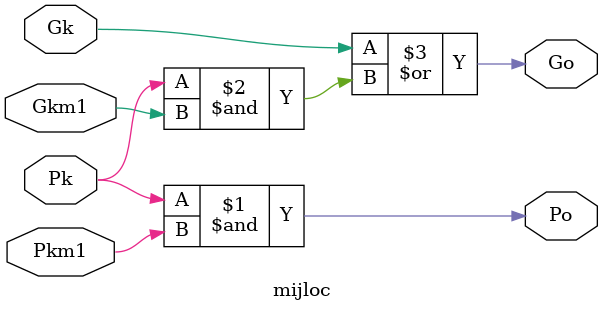
<source format=v>
`timescale 1ns / 1ps


module mijloc(
    input Gk,
    input Pk,
    input Gkm1,
    input Pkm1,
    output Go,
    output Po
    );
    
    assign Po = Pk & Pkm1;
    assign Go = Gk | (Pk & Gkm1);
endmodule

</source>
